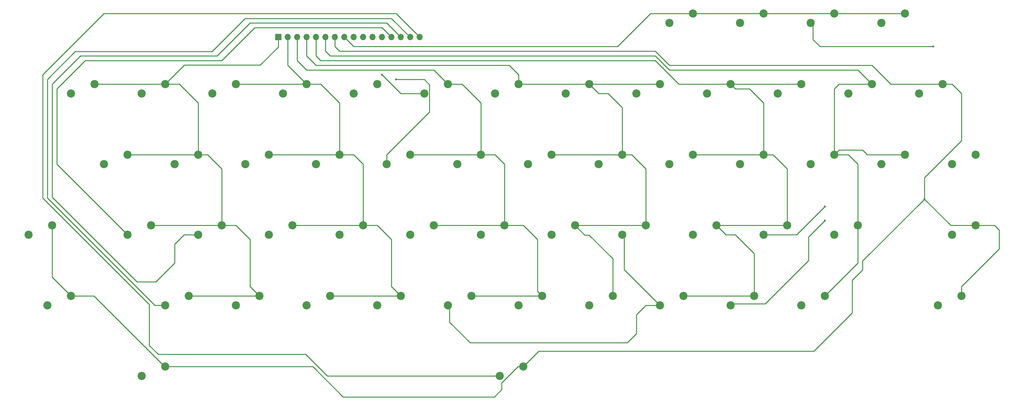
<source format=gbr>
G04 #@! TF.FileFunction,Copper,L1,Top,Signal*
%FSLAX46Y46*%
G04 Gerber Fmt 4.6, Leading zero omitted, Abs format (unit mm)*
G04 Created by KiCad (PCBNEW 4.0.7-e2-6376~60~ubuntu17.10.1) date Thu Apr 12 22:39:31 2018*
%MOMM*%
%LPD*%
G01*
G04 APERTURE LIST*
%ADD10C,0.100000*%
%ADD11R,1.700000X1.700000*%
%ADD12O,1.700000X1.700000*%
%ADD13C,2.200000*%
%ADD14C,0.600000*%
%ADD15C,0.250000*%
G04 APERTURE END LIST*
D10*
D11*
X151130000Y-78740000D03*
D12*
X153670000Y-78740000D03*
X156210000Y-78740000D03*
X158750000Y-78740000D03*
X161290000Y-78740000D03*
X163830000Y-78740000D03*
X166370000Y-78740000D03*
X168910000Y-78740000D03*
X171450000Y-78740000D03*
X173990000Y-78740000D03*
X176530000Y-78740000D03*
X179070000Y-78740000D03*
X181610000Y-78740000D03*
X184150000Y-78740000D03*
X186690000Y-78740000D03*
X189230000Y-78740000D03*
D13*
X101600000Y-91440000D03*
X95250000Y-93980000D03*
X120650000Y-91440000D03*
X114300000Y-93980000D03*
X139700000Y-91440000D03*
X133350000Y-93980000D03*
X158750000Y-91440000D03*
X152400000Y-93980000D03*
X177800000Y-91440000D03*
X171450000Y-93980000D03*
X196850000Y-91440000D03*
X190500000Y-93980000D03*
X215900000Y-91440000D03*
X209550000Y-93980000D03*
X234950000Y-91440000D03*
X228600000Y-93980000D03*
X254000000Y-91440000D03*
X247650000Y-93980000D03*
X116840000Y-129540000D03*
X110490000Y-132080000D03*
X203200000Y-148590000D03*
X196850000Y-151130000D03*
X165100000Y-148590000D03*
X158750000Y-151130000D03*
X339090000Y-110490000D03*
X332740000Y-113030000D03*
X307340000Y-129540000D03*
X300990000Y-132080000D03*
X260350000Y-148590000D03*
X254000000Y-151130000D03*
X154940000Y-129540000D03*
X148590000Y-132080000D03*
X311150000Y-91440000D03*
X304800000Y-93980000D03*
X300990000Y-72390000D03*
X294640000Y-74930000D03*
X148590000Y-110490000D03*
X142240000Y-113030000D03*
X173990000Y-129540000D03*
X167640000Y-132080000D03*
X298450000Y-148590000D03*
X292100000Y-151130000D03*
X193040000Y-129540000D03*
X186690000Y-132080000D03*
X212090000Y-129540000D03*
X205740000Y-132080000D03*
X292100000Y-91440000D03*
X285750000Y-93980000D03*
X243840000Y-110490000D03*
X237490000Y-113030000D03*
X231140000Y-129540000D03*
X224790000Y-132080000D03*
X250190000Y-129540000D03*
X243840000Y-132080000D03*
X269240000Y-129540000D03*
X262890000Y-132080000D03*
X262890000Y-72390000D03*
X256540000Y-74930000D03*
X90170000Y-129540000D03*
X83820000Y-132080000D03*
X241300000Y-148590000D03*
X234950000Y-151130000D03*
X120650000Y-167640000D03*
X114300000Y-170180000D03*
X330200000Y-91440000D03*
X323850000Y-93980000D03*
X222250000Y-148590000D03*
X215900000Y-151130000D03*
X262890000Y-110490000D03*
X256540000Y-113030000D03*
X320040000Y-110490000D03*
X313690000Y-113030000D03*
X281940000Y-110490000D03*
X275590000Y-113030000D03*
X279400000Y-148590000D03*
X273050000Y-151130000D03*
X110490000Y-110490000D03*
X104140000Y-113030000D03*
X167640000Y-110490000D03*
X161290000Y-113030000D03*
X339090000Y-129540000D03*
X332740000Y-132080000D03*
X320040000Y-72390000D03*
X313690000Y-74930000D03*
X135890000Y-129540000D03*
X129540000Y-132080000D03*
X288290000Y-129540000D03*
X281940000Y-132080000D03*
X95250000Y-148590000D03*
X88900000Y-151130000D03*
X217170000Y-167640000D03*
X210820000Y-170180000D03*
X186690000Y-110490000D03*
X180340000Y-113030000D03*
X224790000Y-110490000D03*
X218440000Y-113030000D03*
X300990000Y-110490000D03*
X294640000Y-113030000D03*
X281940000Y-72390000D03*
X275590000Y-74930000D03*
X184150000Y-148590000D03*
X177800000Y-151130000D03*
X129540000Y-110490000D03*
X123190000Y-113030000D03*
X146050000Y-148590000D03*
X139700000Y-151130000D03*
X205740000Y-110490000D03*
X199390000Y-113030000D03*
X127000000Y-148590000D03*
X120650000Y-151130000D03*
X273050000Y-91440000D03*
X266700000Y-93980000D03*
X335280000Y-148590000D03*
X328930000Y-151130000D03*
D14*
X325319972Y-122441677D03*
X179070000Y-88900000D03*
X327660000Y-81280000D03*
X182880000Y-90170000D03*
X298450000Y-124460000D03*
X298450000Y-128270000D03*
D15*
X151130000Y-78740000D02*
X151130000Y-81403446D01*
X151130000Y-81403446D02*
X146276315Y-86257131D01*
X146276315Y-86257131D02*
X125832869Y-86257131D01*
X125832869Y-86257131D02*
X120650000Y-91440000D01*
X146050000Y-148590000D02*
X127000000Y-148590000D01*
X143510000Y-133350000D02*
X143510000Y-146050000D01*
X143510000Y-146050000D02*
X146050000Y-148590000D01*
X139700000Y-129540000D02*
X143510000Y-133350000D01*
X135890000Y-129540000D02*
X139700000Y-129540000D01*
X135890000Y-129540000D02*
X116840000Y-129540000D01*
X132080000Y-110490000D02*
X135890000Y-114300000D01*
X135890000Y-114300000D02*
X135890000Y-129540000D01*
X129540000Y-110490000D02*
X132080000Y-110490000D01*
X129540000Y-110490000D02*
X110490000Y-110490000D01*
X124460000Y-91440000D02*
X129540000Y-96520000D01*
X129540000Y-96520000D02*
X129540000Y-110490000D01*
X120650000Y-91440000D02*
X124460000Y-91440000D01*
X101600000Y-91440000D02*
X120650000Y-91440000D01*
X153670000Y-86360000D02*
X153670000Y-78740000D01*
X158750000Y-91440000D02*
X153670000Y-86360000D01*
X184150000Y-148590000D02*
X165100000Y-148590000D01*
X181610000Y-133350000D02*
X181610000Y-146050000D01*
X181610000Y-146050000D02*
X184150000Y-148590000D01*
X177800000Y-129540000D02*
X181610000Y-133350000D01*
X173990000Y-129540000D02*
X177800000Y-129540000D01*
X173990000Y-113030000D02*
X173990000Y-129540000D01*
X171450000Y-110490000D02*
X173990000Y-113030000D01*
X167640000Y-110490000D02*
X171450000Y-110490000D01*
X154940000Y-129540000D02*
X173990000Y-129540000D01*
X148590000Y-110490000D02*
X167640000Y-110490000D01*
X162560000Y-91440000D02*
X167640000Y-96520000D01*
X167640000Y-96520000D02*
X167640000Y-110490000D01*
X158750000Y-91440000D02*
X162560000Y-91440000D01*
X139700000Y-91440000D02*
X158750000Y-91440000D01*
X196850000Y-91440000D02*
X193040000Y-87630000D01*
X193040000Y-87630000D02*
X158750000Y-87630000D01*
X158750000Y-87630000D02*
X156210000Y-85090000D01*
X156210000Y-79942081D02*
X156210000Y-78740000D01*
X156210000Y-85090000D02*
X156210000Y-79942081D01*
X222250000Y-148590000D02*
X203200000Y-148590000D01*
X212090000Y-129540000D02*
X217170000Y-129540000D01*
X217170000Y-129540000D02*
X220980000Y-133350000D01*
X220980000Y-133350000D02*
X220980000Y-147320000D01*
X220980000Y-147320000D02*
X222250000Y-148590000D01*
X212090000Y-129540000D02*
X212090000Y-113030000D01*
X212090000Y-113030000D02*
X209550000Y-110490000D01*
X209550000Y-110490000D02*
X205740000Y-110490000D01*
X212090000Y-129540000D02*
X193040000Y-129540000D01*
X205740000Y-110490000D02*
X186690000Y-110490000D01*
X200660000Y-91440000D02*
X205740000Y-96520000D01*
X205740000Y-96520000D02*
X205740000Y-110490000D01*
X196850000Y-91440000D02*
X200660000Y-91440000D01*
X241300000Y-148590000D02*
X241300000Y-138505716D01*
X241300000Y-138505716D02*
X234895386Y-132101102D01*
X234895386Y-132101102D02*
X233701102Y-132101102D01*
X233701102Y-132101102D02*
X231140000Y-129540000D01*
X161290000Y-86360000D02*
X158750000Y-83820000D01*
X158750000Y-83820000D02*
X158750000Y-78740000D01*
X213360000Y-86360000D02*
X161290000Y-86360000D01*
X215900000Y-88900000D02*
X213360000Y-86360000D01*
X215900000Y-91440000D02*
X215900000Y-88900000D01*
X246380000Y-110490000D02*
X250190000Y-114300000D01*
X250190000Y-114300000D02*
X250190000Y-129540000D01*
X243840000Y-110490000D02*
X246380000Y-110490000D01*
X231140000Y-129540000D02*
X250190000Y-129540000D01*
X243840000Y-97790000D02*
X243840000Y-110490000D01*
X240030000Y-93980000D02*
X243840000Y-97790000D01*
X237490000Y-93980000D02*
X240030000Y-93980000D01*
X234950000Y-91440000D02*
X237490000Y-93980000D01*
X234950000Y-91440000D02*
X254000000Y-91440000D01*
X224790000Y-110490000D02*
X243840000Y-110490000D01*
X215900000Y-91440000D02*
X234950000Y-91440000D01*
X273050000Y-91440000D02*
X259080000Y-91440000D01*
X259080000Y-91440000D02*
X252730000Y-85090000D01*
X252730000Y-85090000D02*
X162560000Y-85090000D01*
X162560000Y-85090000D02*
X161290000Y-83820000D01*
X161290000Y-83820000D02*
X161290000Y-78740000D01*
X279400000Y-148590000D02*
X260350000Y-148590000D01*
X274320000Y-132080000D02*
X279400000Y-137160000D01*
X279400000Y-137160000D02*
X279400000Y-148590000D01*
X271780000Y-132080000D02*
X274320000Y-132080000D01*
X269240000Y-129540000D02*
X271780000Y-132080000D01*
X288290000Y-129540000D02*
X269240000Y-129540000D01*
X284480000Y-110490000D02*
X288290000Y-114300000D01*
X288290000Y-114300000D02*
X288290000Y-129540000D01*
X281940000Y-110490000D02*
X284480000Y-110490000D01*
X273050000Y-91440000D02*
X292100000Y-91440000D01*
X278130000Y-92710000D02*
X274320000Y-92710000D01*
X274320000Y-92710000D02*
X273050000Y-91440000D01*
X281940000Y-96520000D02*
X278130000Y-92710000D01*
X281940000Y-110490000D02*
X281940000Y-96520000D01*
X262890000Y-110490000D02*
X281940000Y-110490000D01*
X308610000Y-109220000D02*
X302260000Y-109220000D01*
X302260000Y-109220000D02*
X300990000Y-110490000D01*
X309880000Y-110490000D02*
X308610000Y-109220000D01*
X320040000Y-110490000D02*
X309880000Y-110490000D01*
X307340000Y-129540000D02*
X307340000Y-139700000D01*
X307340000Y-139700000D02*
X299549999Y-147490001D01*
X299549999Y-147490001D02*
X298450000Y-148590000D01*
X311150000Y-91440000D02*
X307340000Y-87630000D01*
X307340000Y-87630000D02*
X256540000Y-87630000D01*
X256540000Y-87630000D02*
X252730000Y-83820000D01*
X252730000Y-83820000D02*
X165100000Y-83820000D01*
X165100000Y-83820000D02*
X163830000Y-82550000D01*
X163830000Y-82550000D02*
X163830000Y-78740000D01*
X300990000Y-92710000D02*
X302260000Y-91440000D01*
X302260000Y-91440000D02*
X311150000Y-91440000D01*
X300990000Y-110490000D02*
X300990000Y-92710000D01*
X307340000Y-113030000D02*
X307340000Y-129540000D01*
X304800000Y-110490000D02*
X307340000Y-113030000D01*
X300990000Y-110490000D02*
X304800000Y-110490000D01*
X339090000Y-129540000D02*
X332418295Y-129540000D01*
X332418295Y-129540000D02*
X325319972Y-122441677D01*
X344170000Y-129540000D02*
X339090000Y-129540000D01*
X345440000Y-130810000D02*
X344170000Y-129540000D01*
X345440000Y-135890000D02*
X345440000Y-130810000D01*
X335280000Y-146050000D02*
X345440000Y-135890000D01*
X335280000Y-148590000D02*
X335280000Y-146050000D01*
X140970000Y-167640000D02*
X160485045Y-167640000D01*
X160485045Y-167640000D02*
X168635436Y-175790391D01*
X168635436Y-175790391D02*
X209374123Y-175790391D01*
X209374123Y-175790391D02*
X211394611Y-173769903D01*
X211394611Y-173769903D02*
X211394611Y-172031343D01*
X211394611Y-172031343D02*
X215785954Y-167640000D01*
X215785954Y-167640000D02*
X217170000Y-167640000D01*
X95250000Y-148590000D02*
X101453806Y-148590000D01*
X101453806Y-148590000D02*
X120503806Y-167640000D01*
X120503806Y-167640000D02*
X140970000Y-167640000D01*
X90170000Y-129540000D02*
X90170000Y-143510000D01*
X90170000Y-143510000D02*
X95250000Y-148590000D01*
X330200000Y-91440000D02*
X332740000Y-91440000D01*
X332740000Y-91440000D02*
X335280000Y-93980000D01*
X335280000Y-93980000D02*
X335280000Y-106680000D01*
X335280000Y-106680000D02*
X325319972Y-116640028D01*
X325319972Y-116640028D02*
X325319972Y-122441677D01*
X325319972Y-122441677D02*
X308672741Y-139088908D01*
X308672741Y-139088908D02*
X308672741Y-141500738D01*
X308672741Y-141500738D02*
X305846829Y-144326650D01*
X295494048Y-163446376D02*
X221363624Y-163446376D01*
X305846829Y-144326650D02*
X305846829Y-153093595D01*
X305846829Y-153093595D02*
X295494048Y-163446376D01*
X221363624Y-163446376D02*
X217170000Y-167640000D01*
X167640000Y-82550000D02*
X166370000Y-81280000D01*
X166370000Y-81280000D02*
X166370000Y-78740000D01*
X252730000Y-82550000D02*
X167640000Y-82550000D01*
X256540000Y-86360000D02*
X252730000Y-82550000D01*
X311150000Y-86360000D02*
X256540000Y-86360000D01*
X316230000Y-91440000D02*
X311150000Y-86360000D01*
X330200000Y-91440000D02*
X316230000Y-91440000D01*
X171450000Y-81280000D02*
X168910000Y-78740000D01*
X242570000Y-81280000D02*
X171450000Y-81280000D01*
X251460000Y-72390000D02*
X242570000Y-81280000D01*
X262890000Y-72390000D02*
X251460000Y-72390000D01*
X300990000Y-72390000D02*
X320040000Y-72390000D01*
X281940000Y-72390000D02*
X300990000Y-72390000D01*
X262890000Y-72390000D02*
X281940000Y-72390000D01*
X190500000Y-93980000D02*
X184150000Y-93980000D01*
X184150000Y-93980000D02*
X179070000Y-88900000D01*
X327660000Y-81280000D02*
X297180000Y-81280000D01*
X297180000Y-81280000D02*
X295252665Y-79352665D01*
X295252665Y-79352665D02*
X295252665Y-75542665D01*
X295252665Y-75542665D02*
X294640000Y-74930000D01*
X182880000Y-90170000D02*
X190500000Y-90170000D01*
X190500000Y-90170000D02*
X191925001Y-91595001D01*
X180340000Y-110490000D02*
X180340000Y-113030000D01*
X191925001Y-91595001D02*
X191925001Y-98904999D01*
X191925001Y-98904999D02*
X180340000Y-110490000D01*
X181610000Y-78740000D02*
X179070000Y-76200000D01*
X179070000Y-76200000D02*
X144780000Y-76200000D01*
X144780000Y-76200000D02*
X135890000Y-85090000D01*
X135890000Y-85090000D02*
X99060000Y-85090000D01*
X99060000Y-85090000D02*
X91440000Y-92710000D01*
X91440000Y-92710000D02*
X91440000Y-113030000D01*
X91440000Y-113030000D02*
X110490000Y-132080000D01*
X290830000Y-132080000D02*
X281940000Y-132080000D01*
X298450000Y-124460000D02*
X290830000Y-132080000D01*
X184150000Y-78740000D02*
X180340000Y-74930000D01*
X180340000Y-74930000D02*
X143531757Y-74930000D01*
X143531757Y-74930000D02*
X134641757Y-83820000D01*
X90170000Y-121920000D02*
X113030000Y-144780000D01*
X134641757Y-83820000D02*
X97790000Y-83820000D01*
X97790000Y-83820000D02*
X90170000Y-91440000D01*
X90170000Y-91440000D02*
X90170000Y-121920000D01*
X113030000Y-144780000D02*
X118110000Y-144780000D01*
X123190000Y-134620000D02*
X125730000Y-132080000D01*
X118110000Y-144780000D02*
X123190000Y-139700000D01*
X123190000Y-139700000D02*
X123190000Y-134620000D01*
X125730000Y-132080000D02*
X129540000Y-132080000D01*
X254000000Y-151130000D02*
X250190000Y-151130000D01*
X250190000Y-151130000D02*
X247650000Y-153670000D01*
X247650000Y-153670000D02*
X247650000Y-158750000D01*
X247650000Y-158750000D02*
X245218611Y-161181389D01*
X245218611Y-161181389D02*
X202862363Y-161181389D01*
X202862363Y-161181389D02*
X197328616Y-155647642D01*
X197328616Y-155647642D02*
X197328616Y-151608616D01*
X197328616Y-151608616D02*
X196850000Y-151130000D01*
X186690000Y-78740000D02*
X181678694Y-73728694D01*
X181678694Y-73728694D02*
X142216892Y-73728694D01*
X133305452Y-82640134D02*
X96401606Y-82640134D01*
X142216892Y-73728694D02*
X133305452Y-82640134D01*
X96401606Y-82640134D02*
X88900000Y-90141740D01*
X88900000Y-90141740D02*
X88900000Y-122105397D01*
X88900000Y-122105397D02*
X117924603Y-151130000D01*
X117924603Y-151130000D02*
X120650000Y-151130000D01*
X243840000Y-132080000D02*
X244343912Y-132583912D01*
X244343912Y-132583912D02*
X244343912Y-141473912D01*
X244343912Y-141473912D02*
X254000000Y-151130000D01*
X298450000Y-128270000D02*
X294041204Y-132678796D01*
X273485659Y-150694341D02*
X273050000Y-151130000D01*
X294041204Y-132678796D02*
X294041204Y-139028796D01*
X294041204Y-139028796D02*
X282375659Y-150694341D01*
X282375659Y-150694341D02*
X273485659Y-150694341D01*
X189230000Y-78740000D02*
X182880000Y-72390000D01*
X182880000Y-72390000D02*
X104140000Y-72390000D01*
X104140000Y-72390000D02*
X87630000Y-88900000D01*
X87630000Y-88900000D02*
X87630000Y-122131531D01*
X87630000Y-122131531D02*
X116370838Y-150872369D01*
X116370838Y-150872369D02*
X116370838Y-161917191D01*
X116370838Y-161917191D02*
X118784561Y-164330914D01*
X118784561Y-164330914D02*
X158538614Y-164330914D01*
X158538614Y-164330914D02*
X164387700Y-170180000D01*
X164387700Y-170180000D02*
X209264366Y-170180000D01*
X209264366Y-170180000D02*
X210820000Y-170180000D01*
M02*

</source>
